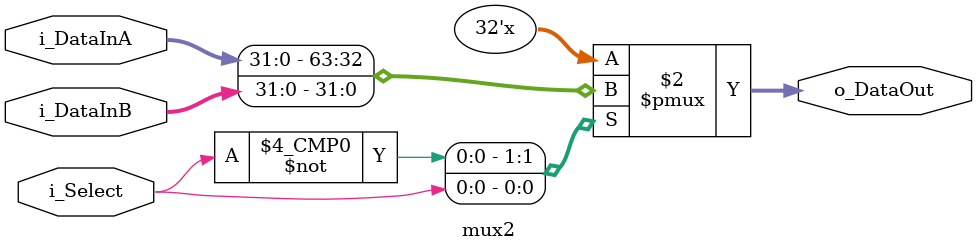
<source format=v>
module mux2 (
    input    wire  [31:0]  i_DataInA  ,
    input    wire  [31:0]  i_DataInB  ,
    input    wire          i_Select   ,
    output   reg   [31:0]  o_DataOut 
    );

always @(*) 
    begin
        case (i_Select)
        1'b0:
            begin
                o_DataOut = i_DataInA ;
            end
        1'b1:
            begin
                o_DataOut = i_DataInB ;
            end
        default:
            begin
                o_DataOut = 32'b0 ;
            end
        endcase
    end
    
endmodule


</source>
